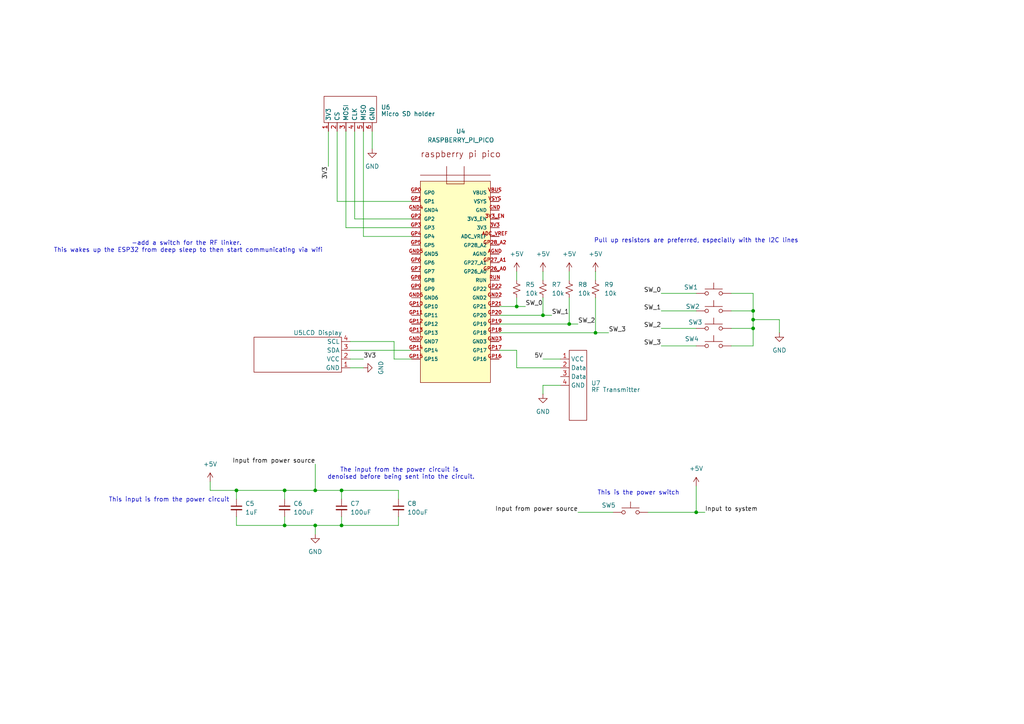
<source format=kicad_sch>
(kicad_sch (version 20231120) (generator "eeschema") (generator_version "8.0")
  (paper "A4")
  (lib_symbols
    (symbol "Component:LCD_Display"
      (property "Reference" "U" (at 0 7.874 0))
      (symbol "LCD_Display_0_1"
        (rectangle (start -12.7 5.08) (end 12.7 -5.08))
      )
      (symbol "LCD_Display_1_1"
        (pin input line (at -15.24 3.81 0) (length 2.54) (name "GND") (number "1"))
        (pin input line (at -15.24 1.27 0) (length 2.54) (name "VCC") (number "2"))
        (pin input line (at -15.24 -1.27 0) (length 2.54) (name "SDA") (number "3"))
        (pin input line (at -15.24 -3.81 0) (length 2.54) (name "SCL") (number "4"))
      )
    )
    (symbol "Component:Micro_SD_card_holder"
      (property "Reference" "U" (at 0 10.16 0))
      (symbol "Micro_SD_card_holder_0_1"
        (rectangle (start -3.81 7.62) (end 3.81 -7.62))
      )
      (symbol "Micro_SD_card_holder_1_1"
        (pin input line (at -6.35 6.35 0) (length 2.54) (name "3V3") (number "1"))
        (pin input line (at -6.35 3.81 0) (length 2.54) (name "CS") (number "2"))
        (pin input line (at -6.35 1.27 0) (length 2.54) (name "MOSI") (number "3"))
        (pin input line (at -6.35 -1.27 0) (length 2.54) (name "CLK") (number "4"))
        (pin input line (at -6.35 -3.81 0) (length 2.54) (name "MISO") (number "5"))
        (pin input line (at -6.35 -6.35 0) (length 2.54) (name "GND") (number "6"))
      )
    )
    (symbol "Component:RF_Linker_Transmitter"
      (property "Reference" "U" (at 0 4.318 0))
      (symbol "RF_Linker_Transmitter_0_1"
        (rectangle (start -10.16 2.54) (end 10.16 -2.54))
      )
      (symbol "RF_Linker_Transmitter_1_1"
        (pin input line (at -7.62 -5.08 90) (length 2.54) (name "VCC") (number "1"))
        (pin input line (at -5.08 -5.08 90) (length 2.54) (name "Data") (number "2"))
        (pin input line (at -2.54 -5.08 90) (length 2.54) (name "Data") (number "3"))
        (pin input line (at 0 -5.08 90) (length 2.54) (name "GND") (number "4"))
      )
    )
    (symbol "Device:C_Small" (pin_numbers hide) (pin_names (offset 0.254) hide)
      (property "Reference" "C" (at 0.254 1.778 0))
      (property "Value" "C_Small" (at 0.254 -2.032 0))
      (symbol "C_Small_0_1"
        (polyline (pts (xy -1.524 -0.508) (xy 1.524 -0.508)) (stroke (width 0.3302)))
        (polyline (pts (xy -1.524 0.508) (xy 1.524 0.508)) (stroke (width 0.3048)))
      )
      (symbol "C_Small_1_1"
        (pin passive line (at 0 2.54 270) (length 2.032) (name "~") (number "1"))
        (pin passive line (at 0 -2.54 90) (length 2.032) (name "~") (number "2"))
      )
    )
    (symbol "Device:R_Small_US" (pin_numbers hide) (pin_names (offset 0.254) hide)
      (property "Reference" "R" (at 0.762 0.508 0))
      (property "Value" "R_Small_US" (at 0.762 -1.016 0))
      (symbol "R_Small_US_1_1"
        (polyline (pts (xy 0 0) (xy 1.016 -0.381) (xy 0 -0.762) (xy -1.016 -1.143) (xy 0 -1.524)))
        (polyline (pts (xy 0 1.524) (xy 1.016 1.143) (xy 0 0.762) (xy -1.016 0.381) (xy 0 0)))
        (pin passive line (at 0 2.54 270) (length 1.016) (name "~") (number "1"))
        (pin passive line (at 0 -2.54 90) (length 1.016) (name "~") (number "2"))
      )
    )
    (symbol "RASPBERRY_PI_PICO:RASPBERRY_PI_PICO" (pin_names (offset 1.016))
      (property "Reference" "U" (at 0 0 0))
      (property "Value" "RASPBERRY_PI_PICO" (at 0 0 0))
      (symbol "RASPBERRY_PI_PICO_0_0"
        (rectangle (start -7.62 -34.7604) (end 12.7 23.6596) (stroke (width 0.1524)) (fill (type background)))
        (polyline (pts (xy 0 22.86) (xy 5.08 22.86)) (stroke (width 0.1524)))
        (polyline (pts (xy 0 27.94) (xy 0 22.86)) (stroke (width 0.1524)))
        (polyline (pts (xy 5.08 22.86) (xy 5.08 27.94)) (stroke (width 0.1524)))
        (polyline (pts (xy 12.7 25.4) (xy -7.62 25.4)) (stroke (width 0.1524)))
        (text "raspberry pi pico" (at -7.62 30.48 0) (effects (font (size 1.778 1.778)) (justify left bottom)))
        (pin bidirectional line (at 15.24 10.16 180) (length 2.54) (name "3V3") (number "3V3"))
        (pin bidirectional line (at 15.24 12.7 180) (length 2.54) (name "3V3_EN") (number "3V3_EN"))
        (pin bidirectional line (at 15.24 7.62 180) (length 2.54) (name "ADC_VREF") (number "ADC_VREF"))
        (pin bidirectional line (at 15.24 2.54 180) (length 2.54) (name "AGND") (number "AGND"))
        (pin bidirectional line (at 15.24 15.24 180) (length 2.54) (name "GND") (number "GND"))
        (pin bidirectional line (at 15.24 -10.16 180) (length 2.54) (name "GND2") (number "GND2"))
        (pin bidirectional line (at 15.24 -22.86 180) (length 2.54) (name "GND3") (number "GND3"))
        (pin bidirectional line (at -10.16 15.24 0) (length 2.54) (name "GND4") (number "GND4"))
        (pin bidirectional line (at -10.16 2.54 0) (length 2.54) (name "GND5") (number "GND5"))
        (pin bidirectional line (at -10.16 -10.16 0) (length 2.54) (name "GND6") (number "GND6"))
        (pin bidirectional line (at -10.16 -22.86 0) (length 2.54) (name "GND7") (number "GND7"))
        (pin bidirectional line (at -10.16 20.32 0) (length 2.54) (name "GP0") (number "GP0"))
        (pin bidirectional line (at -10.16 17.78 0) (length 2.54) (name "GP1") (number "GP1"))
        (pin bidirectional line (at -10.16 -12.7 0) (length 2.54) (name "GP10") (number "GP10"))
        (pin bidirectional line (at -10.16 -15.24 0) (length 2.54) (name "GP11") (number "GP11"))
        (pin bidirectional line (at -10.16 -17.78 0) (length 2.54) (name "GP12") (number "GP12"))
        (pin bidirectional line (at -10.16 -20.32 0) (length 2.54) (name "GP13") (number "GP13"))
        (pin bidirectional line (at -10.16 -25.4 0) (length 2.54) (name "GP14") (number "GP14"))
        (pin bidirectional line (at -10.16 -27.94 0) (length 2.54) (name "GP15") (number "GP15"))
        (pin bidirectional line (at 15.24 -27.94 180) (length 2.54) (name "GP16") (number "GP16"))
        (pin bidirectional line (at 15.24 -25.4 180) (length 2.54) (name "GP17") (number "GP17"))
        (pin bidirectional line (at 15.24 -20.32 180) (length 2.54) (name "GP18") (number "GP18"))
        (pin bidirectional line (at 15.24 -17.78 180) (length 2.54) (name "GP19") (number "GP19"))
        (pin bidirectional line (at -10.16 12.7 0) (length 2.54) (name "GP2") (number "GP2"))
        (pin bidirectional line (at 15.24 -15.24 180) (length 2.54) (name "GP20") (number "GP20"))
        (pin bidirectional line (at 15.24 -12.7 180) (length 2.54) (name "GP21") (number "GP21"))
        (pin bidirectional line (at 15.24 -7.62 180) (length 2.54) (name "GP22") (number "GP22"))
        (pin bidirectional line (at 15.24 -2.54 180) (length 2.54) (name "GP26_A0") (number "GP26_A0"))
        (pin bidirectional line (at 15.24 0 180) (length 2.54) (name "GP27_A1") (number "GP27_A1"))
        (pin bidirectional line (at 15.24 5.08 180) (length 2.54) (name "GP28_A2") (number "GP28_A2"))
        (pin bidirectional line (at -10.16 10.16 0) (length 2.54) (name "GP3") (number "GP3"))
        (pin bidirectional line (at -10.16 7.62 0) (length 2.54) (name "GP4") (number "GP4"))
        (pin bidirectional line (at -10.16 5.08 0) (length 2.54) (name "GP5") (number "GP5"))
        (pin bidirectional line (at -10.16 0 0) (length 2.54) (name "GP6") (number "GP6"))
        (pin bidirectional line (at -10.16 -2.54 0) (length 2.54) (name "GP7") (number "GP7"))
        (pin bidirectional line (at -10.16 -5.08 0) (length 2.54) (name "GP8") (number "GP8"))
        (pin bidirectional line (at -10.16 -7.62 0) (length 2.54) (name "GP9") (number "GP9"))
        (pin bidirectional line (at 15.24 -5.08 180) (length 2.54) (name "RUN") (number "RUN"))
        (pin bidirectional line (at 15.24 20.32 180) (length 2.54) (name "VBUS") (number "VBUS"))
        (pin bidirectional line (at 15.24 17.78 180) (length 2.54) (name "VSYS") (number "VSYS"))
      )
    )
    (symbol "Switch:SW_Push" (pin_numbers hide) (pin_names (offset 1.016) hide)
      (property "Reference" "SW" (at 1.27 2.54 0))
      (property "Value" "SW_Push" (at 0 -1.524 0))
      (symbol "SW_Push_0_1"
        (circle (center -2.032 0) (radius 0.508))
        (polyline (pts (xy 0 1.27) (xy 0 3.048)))
        (polyline (pts (xy 2.54 1.27) (xy -2.54 1.27)))
        (circle (center 2.032 0) (radius 0.508))
        (pin passive line (at -5.08 0 0) (length 2.54) (name "1") (number "1"))
        (pin passive line (at 5.08 0 180) (length 2.54) (name "2") (number "2"))
      )
    )
    (symbol "power:+5V" (power) (pin_numbers hide) (pin_names (offset 0) hide)
      (property "Value" "+5V" (at 0 3.556 0))
      (symbol "+5V_0_1"
        (polyline (pts (xy -0.762 1.27) (xy 0 2.54)))
        (polyline (pts (xy 0 0) (xy 0 2.54)))
        (polyline (pts (xy 0 2.54) (xy 0.762 1.27)))
      )
      (symbol "+5V_1_1"
        (pin power_in line (at 0 0 90) (length 0) (name "~") (number "1"))
      )
    )
    (symbol "power:GND" (power) (pin_numbers hide) (pin_names (offset 0) hide)
      (property "Value" "GND" (at 0 -3.81 0))
      (symbol "GND_0_1"
        (polyline (pts (xy 0 0) (xy 0 -1.27) (xy 1.27 -1.27) (xy 0 -2.54) (xy -1.27 -1.27) (xy 0 -1.27)))
      )
      (symbol "GND_1_1"
        (pin power_in line (at 0 0 270) (length 0) (name "~") (number "1"))
      )
    )
  )
  (junction (at 82.55 142.24))
  (junction (at 91.44 142.24))
  (junction (at 218.44 90.17))
  (junction (at 99.06 142.24))
  (junction (at 165.1 93.98))
  (junction (at 68.58 142.24))
  (junction (at 201.93 148.59))
  (junction (at 218.44 95.25))
  (junction (at 82.55 152.4))
  (junction (at 91.44 152.4))
  (junction (at 99.06 152.4))
  (junction (at 218.44 92.71))
  (junction (at 149.86 88.9))
  (junction (at 157.48 91.44))
  (junction (at 172.72 96.52))
  (wire (pts (xy 191.77 90.17) (xy 201.93 90.17)))
  (wire (pts (xy 172.72 86.36) (xy 172.72 96.52)))
  (wire (pts (xy 191.77 85.09) (xy 201.93 85.09)))
  (wire (pts (xy 162.56 106.68) (xy 149.86 106.68)))
  (wire (pts (xy 119.38 63.5) (xy 102.87 63.5)))
  (wire (pts (xy 144.78 91.44) (xy 157.48 91.44)))
  (wire (pts (xy 115.57 152.4) (xy 99.06 152.4)))
  (wire (pts (xy 101.6 106.68) (xy 105.41 106.68)))
  (wire (pts (xy 91.44 142.24) (xy 99.06 142.24)))
  (wire (pts (xy 115.57 144.78) (xy 115.57 142.24)))
  (wire (pts (xy 99.06 149.86) (xy 99.06 152.4)))
  (wire (pts (xy 91.44 152.4) (xy 82.55 152.4)))
  (wire (pts (xy 107.95 38.1) (xy 107.95 43.18)))
  (wire (pts (xy 167.64 148.59) (xy 177.8 148.59)))
  (wire (pts (xy 218.44 85.09) (xy 218.44 90.17)))
  (wire (pts (xy 149.86 88.9) (xy 152.4 88.9)))
  (wire (pts (xy 68.58 149.86) (xy 68.58 152.4)))
  (wire (pts (xy 191.77 95.25) (xy 201.93 95.25)))
  (wire (pts (xy 105.41 38.1) (xy 105.41 68.58)))
  (wire (pts (xy 149.86 78.74) (xy 149.86 81.28)))
  (wire (pts (xy 114.3 99.06) (xy 114.3 104.14)))
  (wire (pts (xy 115.57 149.86) (xy 115.57 152.4)))
  (wire (pts (xy 68.58 142.24) (xy 82.55 142.24)))
  (wire (pts (xy 218.44 95.25) (xy 218.44 100.33)))
  (wire (pts (xy 60.96 142.24) (xy 68.58 142.24)))
  (wire (pts (xy 187.96 148.59) (xy 201.93 148.59)))
  (wire (pts (xy 212.09 90.17) (xy 218.44 90.17)))
  (wire (pts (xy 100.33 66.04) (xy 100.33 38.1)))
  (wire (pts (xy 172.72 96.52) (xy 144.78 96.52)))
  (wire (pts (xy 172.72 78.74) (xy 172.72 81.28)))
  (wire (pts (xy 102.87 63.5) (xy 102.87 38.1)))
  (wire (pts (xy 60.96 139.7) (xy 60.96 142.24)))
  (wire (pts (xy 157.48 111.76) (xy 157.48 114.3)))
  (wire (pts (xy 82.55 144.78) (xy 82.55 142.24)))
  (wire (pts (xy 149.86 88.9) (xy 149.86 86.36)))
  (wire (pts (xy 157.48 78.74) (xy 157.48 81.28)))
  (wire (pts (xy 101.6 104.14) (xy 105.41 104.14)))
  (wire (pts (xy 99.06 142.24) (xy 115.57 142.24)))
  (wire (pts (xy 68.58 152.4) (xy 82.55 152.4)))
  (wire (pts (xy 191.77 100.33) (xy 201.93 100.33)))
  (wire (pts (xy 95.25 48.26) (xy 95.25 38.1)))
  (wire (pts (xy 201.93 148.59) (xy 204.47 148.59)))
  (wire (pts (xy 119.38 58.42) (xy 97.79 58.42)))
  (wire (pts (xy 157.48 86.36) (xy 157.48 91.44)))
  (wire (pts (xy 212.09 100.33) (xy 218.44 100.33)))
  (wire (pts (xy 68.58 142.24) (xy 68.58 144.78)))
  (wire (pts (xy 91.44 152.4) (xy 91.44 154.94)))
  (wire (pts (xy 105.41 68.58) (xy 119.38 68.58)))
  (wire (pts (xy 144.78 93.98) (xy 165.1 93.98)))
  (wire (pts (xy 119.38 66.04) (xy 100.33 66.04)))
  (wire (pts (xy 82.55 142.24) (xy 91.44 142.24)))
  (wire (pts (xy 97.79 58.42) (xy 97.79 38.1)))
  (wire (pts (xy 162.56 111.76) (xy 157.48 111.76)))
  (wire (pts (xy 165.1 78.74) (xy 165.1 81.28)))
  (wire (pts (xy 172.72 96.52) (xy 176.53 96.52)))
  (wire (pts (xy 99.06 144.78) (xy 99.06 142.24)))
  (wire (pts (xy 114.3 104.14) (xy 119.38 104.14)))
  (wire (pts (xy 82.55 152.4) (xy 82.55 149.86)))
  (wire (pts (xy 218.44 92.71) (xy 218.44 95.25)))
  (wire (pts (xy 165.1 93.98) (xy 167.64 93.98)))
  (wire (pts (xy 157.48 104.14) (xy 162.56 104.14)))
  (wire (pts (xy 212.09 95.25) (xy 218.44 95.25)))
  (wire (pts (xy 165.1 86.36) (xy 165.1 93.98)))
  (wire (pts (xy 99.06 152.4) (xy 91.44 152.4)))
  (wire (pts (xy 149.86 101.6) (xy 144.78 101.6)))
  (wire (pts (xy 218.44 90.17) (xy 218.44 92.71)))
  (wire (pts (xy 157.48 91.44) (xy 160.02 91.44)))
  (wire (pts (xy 101.6 99.06) (xy 114.3 99.06)))
  (wire (pts (xy 212.09 85.09) (xy 218.44 85.09)))
  (wire (pts (xy 218.44 92.71) (xy 226.06 92.71)))
  (wire (pts (xy 101.6 101.6) (xy 119.38 101.6)))
  (wire (pts (xy 144.78 88.9) (xy 149.86 88.9)))
  (wire (pts (xy 91.44 134.62) (xy 91.44 142.24)))
  (wire (pts (xy 201.93 140.97) (xy 201.93 148.59)))
  (wire (pts (xy 226.06 92.71) (xy 226.06 96.52)))
  (wire (pts (xy 149.86 106.68) (xy 149.86 101.6)))
  (text "The input from the power circuit is \ndenoised before being sent into the circuit.\n" (at 116.332 137.414 0) (effects (font (size 1.27 1.27))))
  (text "-add a switch for the RF linker. \nThis wakes up the ESP32 from deep sleep to then start communicating via wifi\n" (at 54.61 71.628 0) (effects (font (size 1.27 1.27))))
  (text "This input is from the power circuit" (at 49.022 145.034 0) (effects (font (size 1.27 1.27))))
  (text "Pull up resistors are preferred, especially with the I2C lines\n" (at 201.93 69.85 0) (effects (font (size 1.27 1.27))))
  (text "This is the power switch\n" (at 185.166 143.002 0) (effects (font (size 1.27 1.27))))
  (label "SW_0" (at 191.77 85.09 180))
  (label "SW_2" (at 191.77 95.25 180))
  (label "SW_0" (at 152.4 88.9 0))
  (label "Input to system" (at 204.47 148.59 0))
  (label "SW_1" (at 160.02 91.44 0))
  (label "SW_2" (at 167.64 93.98 0))
  (label "3V3" (at 95.25 48.26 270))
  (label "5V" (at 157.48 104.14 180))
  (label "SW_3" (at 191.77 100.33 180))
  (label "SW_1" (at 191.77 90.17 180))
  (label "SW_3" (at 176.53 96.52 0))
  (label "Input from power source" (at 91.44 134.62 180))
  (label "Input from power source" (at 167.64 148.59 180))
  (label "3V3" (at 105.41 104.14 0))
  (symbol (lib_id "Component:Micro_SD_card_holder") (at 101.6 31.75 90) (unit 1)
    (property "Reference" "U6" (at 110.49 31.1149 90) (effects (justify right)))
    (property "Value" "Micro SD holder" (at 110.49 33.02 90) (effects (justify right)))
  )
  (symbol (lib_id "Component:LCD_Display") (at 86.36 102.87 180) (unit 1)
    (property "Reference" "U5" (at 85.0899 96.52 0) (effects (justify right)))
    (property "Value" "LCD Display" (at 87.6299 96.52 0) (effects (justify right)))
  )
  (symbol (lib_id "power:GND") (at 226.06 96.52 0) (unit 1)
    (property "Reference" "#PWR010" (effects (hide yes)))
    (property "Value" "GND" (at 226.06 101.6 0))
    (property "Description" "Power symbol creates a global label with name \"GND\" , ground" (effects (hide yes)))
  )
  (symbol (lib_id "power:GND") (at 105.41 106.68 90) (unit 1)
    (property "Reference" "#PWR011" (effects (hide yes)))
    (property "Value" "GND" (at 110.49 106.68 0))
    (property "Description" "Power symbol creates a global label with name \"GND\" , ground" (effects (hide yes)))
  )
  (symbol (lib_id "Device:R_Small_US") (at 157.48 83.82 0) (unit 1)
    (property "Reference" "R7" (at 160.02 82.5499 0) (effects (justify left)))
    (property "Value" "10k" (at 160.02 85.0899 0) (effects (justify left)))
    (property "Description" "Resistor, small US symbol" (effects (hide yes)))
  )
  (symbol (lib_id "Device:R_Small_US") (at 165.1 83.82 0) (unit 1)
    (property "Reference" "R8" (at 167.64 82.5499 0) (effects (justify left)))
    (property "Value" "10k" (at 167.64 85.0899 0) (effects (justify left)))
    (property "Description" "Resistor, small US symbol" (effects (hide yes)))
  )
  (symbol (lib_id "Device:C_Small") (at 115.57 147.32 0) (unit 1)
    (property "Reference" "C8" (at 118.11 146.0562 0) (effects (justify left)))
    (property "Value" "100uF" (at 118.11 148.5962 0) (effects (justify left)))
    (property "Description" "Unpolarized capacitor, small symbol" (effects (hide yes)))
  )
  (symbol (lib_id "Switch:SW_Push") (at 207.01 95.25 0) (unit 1)
    (property "Reference" "SW3" (at 201.676 93.472 0))
    (property "Value" "SW_Push" (effects (hide yes)))
    (property "Description" "Push button switch, generic, two pins" (effects (hide yes)))
  )
  (symbol (lib_id "power:+5V") (at 201.93 140.97 0) (unit 1)
    (property "Reference" "#PWR012" (effects (hide yes)))
    (property "Value" "+5V" (at 201.93 135.89 0))
    (property "Description" "Power symbol creates a global label with name \"+5V\"" (effects (hide yes)))
  )
  (symbol (lib_id "power:+5V") (at 165.1 78.74 0) (unit 1)
    (property "Reference" "#PWR015" (effects (hide yes)))
    (property "Value" "+5V" (at 165.1 73.66 0))
    (property "Description" "Power symbol creates a global label with name \"+5V\"" (effects (hide yes)))
  )
  (symbol (lib_id "power:GND") (at 91.44 154.94 0) (unit 1)
    (property "Reference" "#PWR08" (effects (hide yes)))
    (property "Value" "GND" (at 91.44 160.02 0))
    (property "Description" "Power symbol creates a global label with name \"GND\" , ground" (effects (hide yes)))
  )
  (symbol (lib_id "power:GND") (at 107.95 43.18 0) (unit 1)
    (property "Reference" "#PWR017" (effects (hide yes)))
    (property "Value" "GND" (at 107.95 48.26 0))
    (property "Description" "Power symbol creates a global label with name \"GND\" , ground" (effects (hide yes)))
  )
  (symbol (lib_id "Switch:SW_Push") (at 207.01 90.17 0) (unit 1)
    (property "Reference" "SW2" (at 200.914 88.9 0))
    (property "Value" "SW_Push" (effects (hide yes)))
    (property "Description" "Push button switch, generic, two pins" (effects (hide yes)))
  )
  (symbol (lib_id "Switch:SW_Push") (at 207.01 100.33 0) (unit 1)
    (property "Reference" "SW4" (at 200.66 98.298 0))
    (property "Value" "SW_Push" (effects (hide yes)))
    (property "Description" "Push button switch, generic, two pins" (effects (hide yes)))
  )
  (symbol (lib_id "Device:R_Small_US") (at 172.72 83.82 0) (unit 1)
    (property "Reference" "R9" (at 175.26 82.5499 0) (effects (justify left)))
    (property "Value" "10k" (at 175.26 85.0899 0) (effects (justify left)))
    (property "Description" "Resistor, small US symbol" (effects (hide yes)))
  )
  (symbol (lib_id "power:GND") (at 157.48 114.3 0) (unit 1)
    (property "Reference" "#PWR018" (effects (hide yes)))
    (property "Value" "GND" (at 157.48 119.38 0))
    (property "Description" "Power symbol creates a global label with name \"GND\" , ground" (effects (hide yes)))
  )
  (symbol (lib_id "Device:C_Small") (at 82.55 147.32 0) (unit 1)
    (property "Reference" "C6" (at 85.09 146.0562 0) (effects (justify left)))
    (property "Value" "100uF" (at 85.09 148.5962 0) (effects (justify left)))
    (property "Description" "Unpolarized capacitor, small symbol" (effects (hide yes)))
  )
  (symbol (lib_id "Device:C_Small") (at 68.58 147.32 0) (unit 1)
    (property "Reference" "C5" (at 71.12 146.0562 0) (effects (justify left)))
    (property "Value" "1uF" (at 71.12 148.5962 0) (effects (justify left)))
    (property "Description" "Unpolarized capacitor, small symbol" (effects (hide yes)))
  )
  (symbol (lib_id "power:+5V") (at 149.86 78.74 0) (unit 1)
    (property "Reference" "#PWR013" (effects (hide yes)))
    (property "Value" "+5V" (at 149.86 73.66 0))
    (property "Description" "Power symbol creates a global label with name \"+5V\"" (effects (hide yes)))
  )
  (symbol (lib_id "Component:RF_Linker_Transmitter") (at 167.64 111.76 270) (unit 1)
    (property "Reference" "U7" (at 171.45 111.1249 90) (effects (justify left)))
    (property "Value" "RF Transmitter" (at 171.45 113.03 90) (effects (justify left)))
  )
  (symbol (lib_id "RASPBERRY_PI_PICO:RASPBERRY_PI_PICO") (at 129.54 76.2 0) (unit 1)
    (property "Reference" "U4" (at 133.6371 38.1 0))
    (property "Value" "RASPBERRY_PI_PICO" (at 133.6371 40.64 0))
    (property "Footprint" "RASPBERRY_PI_PICO:RASPBERRY_PI_PICO" (effects (hide yes)))
    (property "MF" "Raspberry Pi" (effects (hide yes)))
    (property "Description_1" "\nRaspberry Pi Board, Arm Cortex-M0+; Core Architecture:Arm; Core Sub-Architecture:Cortex-M0+; Kit Contents:Raspberry Pi Pico Board; No. Of Bits:32Bit; Silicon Core Number:Rp2040; Silicon Manufacturer:Raspberry Pi |Raspberry-Pi RASPBERRY PI PICO\n" (effects (hide yes)))
    (property "Package" "None" (effects (hide yes)))
    (property "Price" "None" (effects (hide yes)))
    (property "SnapEDA_Link" "https://www.snapeda.com/parts/RASPBERRY%20PI%20PICO/Raspberry+Pi/view-part/?ref=snap" (effects (hide yes)))
    (property "MP" "RASPBERRY PI PICO" (effects (hide yes)))
    (property "Availability" "In Stock" (effects (hide yes)))
    (property "Check_prices" "https://www.snapeda.com/parts/RASPBERRY%20PI%20PICO/Raspberry+Pi/view-part/?ref=eda" (effects (hide yes)))
  )
  (symbol (lib_id "Switch:SW_Push") (at 182.88 148.59 0) (unit 1)
    (property "Reference" "SW5" (at 176.53 146.558 0))
    (property "Value" "SW_Push" (effects (hide yes)))
    (property "Description" "Push button switch, generic, two pins" (effects (hide yes)))
  )
  (symbol (lib_id "Device:C_Small") (at 99.06 147.32 0) (unit 1)
    (property "Reference" "C7" (at 101.6 146.0562 0) (effects (justify left)))
    (property "Value" "100uF" (at 101.6 148.5962 0) (effects (justify left)))
    (property "Description" "Unpolarized capacitor, small symbol" (effects (hide yes)))
  )
  (symbol (lib_id "power:+5V") (at 157.48 78.74 0) (unit 1)
    (property "Reference" "#PWR014" (effects (hide yes)))
    (property "Value" "+5V" (at 157.48 73.66 0))
    (property "Description" "Power symbol creates a global label with name \"+5V\"" (effects (hide yes)))
  )
  (symbol (lib_id "Device:R_Small_US") (at 149.86 83.82 0) (unit 1)
    (property "Reference" "R5" (at 152.4 82.5499 0) (effects (justify left)))
    (property "Value" "10k" (at 152.4 85.0899 0) (effects (justify left)))
    (property "Description" "Resistor, small US symbol" (effects (hide yes)))
  )
  (symbol (lib_id "Switch:SW_Push") (at 207.01 85.09 0) (unit 1)
    (property "Reference" "SW1" (at 200.406 83.312 0))
    (property "Value" "SW_Push" (effects (hide yes)))
    (property "Description" "Push button switch, generic, two pins" (effects (hide yes)))
  )
  (symbol (lib_id "power:+5V") (at 60.96 139.7 0) (unit 1)
    (property "Reference" "#PWR07" (effects (hide yes)))
    (property "Value" "+5V" (at 60.96 134.62 0))
    (property "Description" "Power symbol creates a global label with name \"+5V\"" (effects (hide yes)))
  )
  (symbol (lib_id "power:+5V") (at 172.72 78.74 0) (unit 1)
    (property "Reference" "#PWR016" (effects (hide yes)))
    (property "Value" "+5V" (at 172.72 73.66 0))
    (property "Description" "Power symbol creates a global label with name \"+5V\"" (effects (hide yes)))
  )
)
</source>
